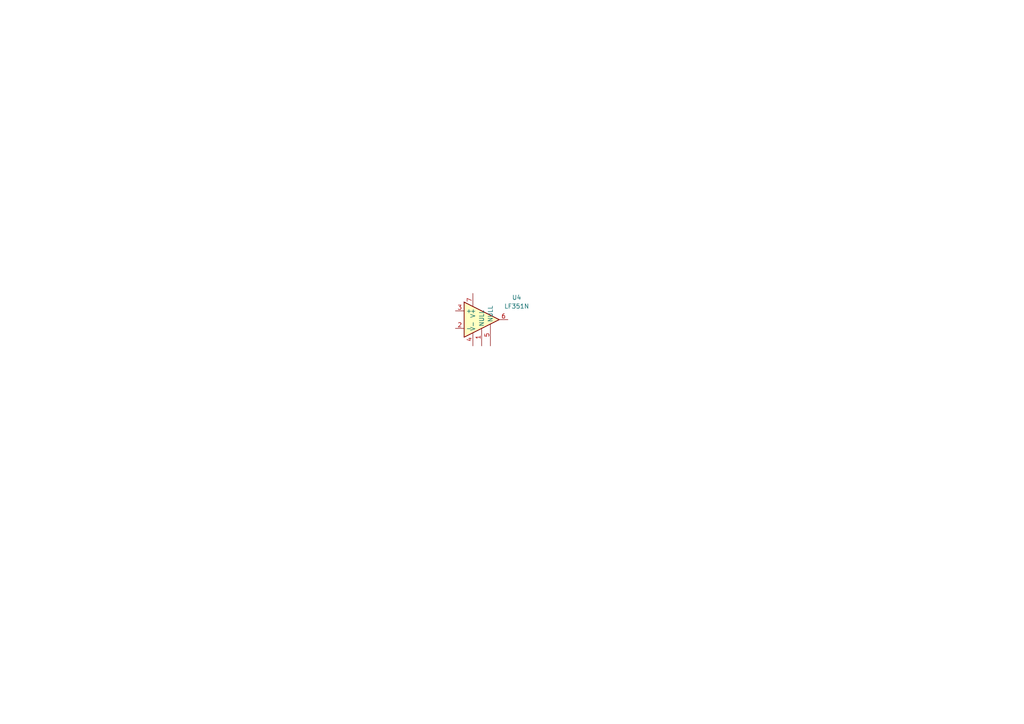
<source format=kicad_sch>
(kicad_sch (version 20250114) (generator "eeschema") (generator_version "9.0")
  (paper "A4")
  (lib_symbols
    (symbol "Amplifier_Operational:LF351N"
      (property "Reference" "U" (at 0 6.35 0))
      (property "Value" "LF351N" (at 0 3.81 0))
      (symbol "LF351N_0_1"
        (polyline (pts (xy -5.08 5.08) (xy 5.08 0) (xy -5.08 -5.08) (xy -5.08 5.08)) (stroke (width 0.254)) (fill (type background)))
      )
      (symbol "LF351N_1_1"
        (pin input line (at -7.62 2.54 0) (length 2.54) (name "+") (number "3"))
        (pin input line (at -7.62 -2.54 0) (length 2.54) (name "-") (number "2"))
        (pin power_in line (at -2.54 7.62 270) (length 3.81) (name "V+") (number "7"))
        (pin power_in line (at -2.54 -7.62 90) (length 3.81) (name "V-") (number "4"))
        (pin no_connect line (at 0 2.54 270) (length 2.54) (hide yes) (name "NC") (number "8"))
        (pin input line (at 0 -7.62 90) (length 5.08) (name "NULL") (number "1"))
        (pin input line (at 2.54 -7.62 90) (length 6.35) (name "NULL") (number "5"))
        (pin output line (at 7.62 0 180) (length 2.54) (name "~") (number "6"))
      )
    )
  )
  (symbol (lib_id "Amplifier_Operational:LF351N") (at 139.7 92.71 0) (unit 1)
    (property "Reference" "U4" (at 149.86 86.2898 0))
    (property "Value" "LF351N" (at 149.86 88.8298 0))
    (property "Footprint" "Package_DIP:DIP-8_W7.62mm_LongPads" (effects (hide yes)))
    (property "Datasheet" "https://www.st.com/resource/en/datasheet/lf351.pdf" (effects (hide yes)))
    (property "Description" "Wide bandwidth single JFET operational amplifier, DIP-8" (effects (hide yes)))
  )
)
</source>
